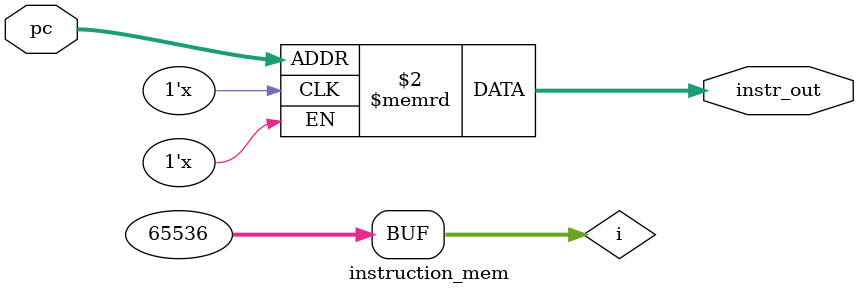
<source format=v>
module instruction_mem(
    input [15:0] pc,
    output [15:0] instr_out
);

reg [15:0] mem [0:65535];

integer i;
initial begin
    for (i = 0; i <= 65535; i = i + 1) begin
        mem_data[i] = 16'h0000;
    end
end

assign instr_out = mem[pc];

endmodule
</source>
